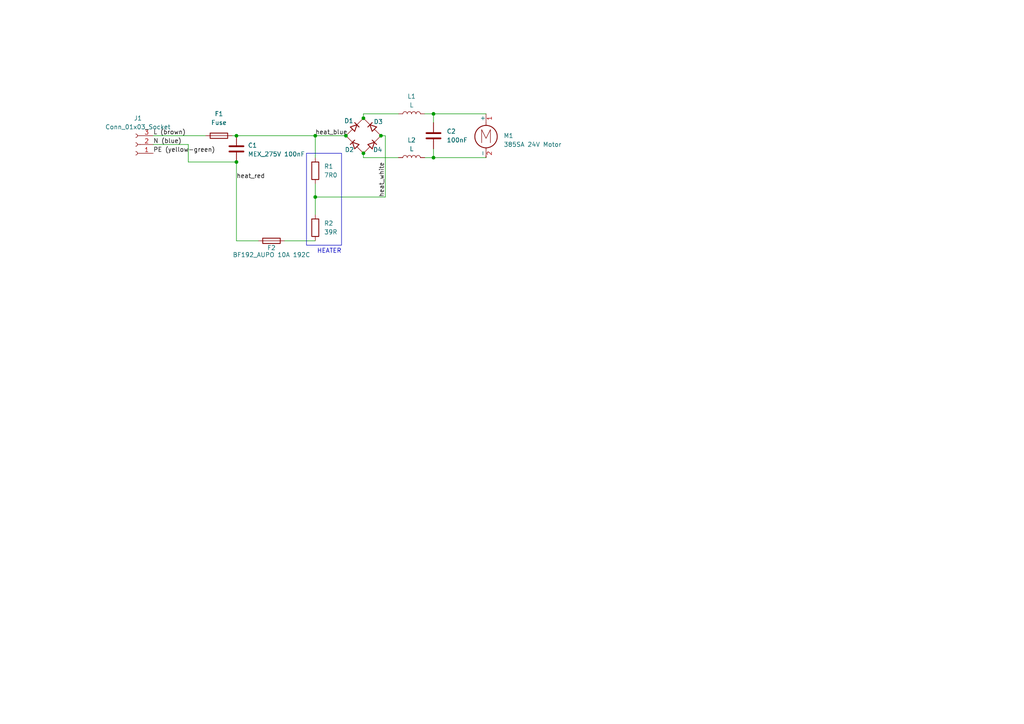
<source format=kicad_sch>
(kicad_sch (version 20250114) (generator "eeschema") (generator_version "9.0")
  (paper "A4")
  (lib_symbols
    (symbol "Connector:Conn_01x03_Socket" (pin_names (offset 1.016) (hide yes))
      (property "Reference" "J" (at 0 5.08 0))
      (property "Value" "Conn_01x03_Socket" (at 0 -5.08 0))
      (symbol "Conn_01x03_Socket_1_1"
        (polyline (pts (xy -1.27 2.54) (xy -0.508 2.54)) (stroke (width 0.1524)))
        (polyline (pts (xy -1.27 0) (xy -0.508 0)) (stroke (width 0.1524)))
        (polyline (pts (xy -1.27 -2.54) (xy -0.508 -2.54)) (stroke (width 0.1524)))
        (arc (start 0 2.032) (mid -0.5058 2.54) (end 0 3.048) (stroke (width 0.1524)))
        (arc (start 0 -0.508) (mid -0.5058 0) (end 0 0.508) (stroke (width 0.1524)))
        (arc (start 0 -3.048) (mid -0.5058 -2.54) (end 0 -2.032) (stroke (width 0.1524)))
        (pin passive line (at -5.08 2.54 0) (length 3.81) (name "Pin_1") (number "1"))
        (pin passive line (at -5.08 0 0) (length 3.81) (name "Pin_2") (number "2"))
        (pin passive line (at -5.08 -2.54 0) (length 3.81) (name "Pin_3") (number "3"))
      )
    )
    (symbol "Device:C" (pin_numbers (hide yes)) (pin_names (offset 0.254))
      (property "Reference" "C" (at 0.635 2.54 0))
      (property "Value" "C" (at 0.635 -2.54 0))
      (symbol "C_0_1"
        (polyline (pts (xy -2.032 0.762) (xy 2.032 0.762)) (stroke (width 0.508)))
        (polyline (pts (xy -2.032 -0.762) (xy 2.032 -0.762)) (stroke (width 0.508)))
      )
      (symbol "C_1_1"
        (pin passive line (at 0 3.81 270) (length 2.794) (name "~") (number "1"))
        (pin passive line (at 0 -3.81 90) (length 2.794) (name "~") (number "2"))
      )
    )
    (symbol "Device:D_45deg" (pin_numbers (hide yes)) (pin_names (offset 0) (hide yes))
      (property "Reference" "D" (at 1.27 2.54 0))
      (property "Value" "D_45deg" (at 1.27 0 0))
      (symbol "D_45deg_0_1"
        (polyline (pts (xy -1.27 0) (xy 0 1.27) (xy 0.635 -0.635) (xy -1.27 0)) (stroke (width 0.254)))
        (polyline (pts (xy -0.635 0.635) (xy -2.54 2.54)))
        (polyline (pts (xy 0 -1.27) (xy 1.27 0)) (stroke (width 0.254)))
        (polyline (pts (xy 2.54 -2.54) (xy 0.635 -0.635)))
      )
      (symbol "D_45deg_1_1"
        (pin passive line (at -2.54 2.54 0) (length 0) (name "A") (number "2"))
        (pin passive line (at 2.54 -2.54 180) (length 0) (name "K") (number "1"))
      )
    )
    (symbol "Device:Fuse" (pin_numbers (hide yes)) (pin_names (offset 0))
      (property "Reference" "F" (at 2.032 0 90))
      (property "Value" "Fuse" (at -1.905 0 90))
      (symbol "Fuse_0_1"
        (rectangle (start -0.762 -2.54) (end 0.762 2.54) (stroke (width 0.254)))
        (polyline (pts (xy 0 2.54) (xy 0 -2.54)))
      )
      (symbol "Fuse_1_1"
        (pin passive line (at 0 3.81 270) (length 1.27) (name "~") (number "1"))
        (pin passive line (at 0 -3.81 90) (length 1.27) (name "~") (number "2"))
      )
    )
    (symbol "Device:L" (pin_numbers (hide yes)) (pin_names (offset 1.016) (hide yes))
      (property "Reference" "L" (at -1.27 0 90))
      (property "Value" "L" (at 1.905 0 90))
      (symbol "L_0_1"
        (arc (start 0 2.54) (mid 0.6323 1.905) (end 0 1.27))
        (arc (start 0 1.27) (mid 0.6323 0.635) (end 0 0))
        (arc (start 0 0) (mid 0.6323 -0.635) (end 0 -1.27))
        (arc (start 0 -1.27) (mid 0.6323 -1.905) (end 0 -2.54))
      )
      (symbol "L_1_1"
        (pin passive line (at 0 3.81 270) (length 1.27) (name "1") (number "1"))
        (pin passive line (at 0 -3.81 90) (length 1.27) (name "2") (number "2"))
      )
    )
    (symbol "Device:R" (pin_numbers (hide yes)) (pin_names (offset 0))
      (property "Reference" "R" (at 2.032 0 90))
      (property "Value" "R" (at 0 0 90))
      (symbol "R_0_1"
        (rectangle (start -1.016 -2.54) (end 1.016 2.54) (stroke (width 0.254)))
      )
      (symbol "R_1_1"
        (pin passive line (at 0 3.81 270) (length 1.27) (name "~") (number "1"))
        (pin passive line (at 0 -3.81 90) (length 1.27) (name "~") (number "2"))
      )
    )
    (symbol "Motor:Motor_DC" (pin_names (offset 0))
      (property "Reference" "M" (at 2.54 2.54 0))
      (property "Value" "Motor_DC" (at 2.54 -5.08 0))
      (symbol "Motor_DC_0_0"
        (polyline (pts (xy -1.27 -3.302) (xy -1.27 0.508) (xy 0 -2.032) (xy 1.27 0.508) (xy 1.27 -3.302)))
      )
      (symbol "Motor_DC_0_1"
        (polyline (pts (xy 0 2.032) (xy 0 2.54)))
        (polyline (pts (xy 0 1.7272) (xy 0 2.0828)))
        (circle (center 0 -1.524) (radius 3.2512) (stroke (width 0.254)))
        (polyline (pts (xy 0 -4.7752) (xy 0 -5.1816)))
        (polyline (pts (xy 0 -7.62) (xy 0 -7.112)))
      )
      (symbol "Motor_DC_1_1"
        (pin passive line (at 0 5.08 270) (length 2.54) (name "+") (number "1"))
        (pin passive line (at 0 -7.62 90) (length 2.54) (name "-") (number "2"))
      )
    )
  )
  (rectangle (start 88.9 44.45) (end 99.06 71.12))
  (text "HEATER" (at 95.504 72.898 0) (effects (font (size 1.27 1.27))))
  (junction (at 125.73 45.72))
  (junction (at 125.73 33.02))
  (junction (at 100.33 39.37))
  (junction (at 105.41 44.45))
  (junction (at 110.49 39.37))
  (junction (at 68.58 39.37))
  (junction (at 91.44 39.37))
  (junction (at 105.41 34.29))
  (junction (at 91.44 57.15))
  (junction (at 68.58 46.99))
  (wire (pts (xy 54.61 46.99) (xy 54.61 41.91)))
  (wire (pts (xy 68.58 46.99) (xy 68.58 69.85)))
  (wire (pts (xy 44.45 39.37) (xy 59.69 39.37)))
  (wire (pts (xy 125.73 33.02) (xy 125.73 35.56)))
  (wire (pts (xy 111.76 39.37) (xy 111.76 57.15)))
  (wire (pts (xy 105.41 33.02) (xy 115.57 33.02)))
  (wire (pts (xy 125.73 33.02) (xy 123.19 33.02)))
  (wire (pts (xy 105.41 33.02) (xy 105.41 34.29)))
  (wire (pts (xy 68.58 69.85) (xy 74.93 69.85)))
  (wire (pts (xy 54.61 46.99) (xy 68.58 46.99)))
  (wire (pts (xy 91.44 39.37) (xy 100.33 39.37)))
  (wire (pts (xy 91.44 39.37) (xy 91.44 45.72)))
  (wire (pts (xy 140.97 45.72) (xy 125.73 45.72)))
  (wire (pts (xy 105.41 45.72) (xy 105.41 44.45)))
  (wire (pts (xy 91.44 53.34) (xy 91.44 57.15)))
  (wire (pts (xy 91.44 57.15) (xy 111.76 57.15)))
  (wire (pts (xy 67.31 39.37) (xy 68.58 39.37)))
  (wire (pts (xy 125.73 45.72) (xy 123.19 45.72)))
  (wire (pts (xy 140.97 33.02) (xy 125.73 33.02)))
  (wire (pts (xy 91.44 57.15) (xy 91.44 62.23)))
  (wire (pts (xy 125.73 43.18) (xy 125.73 45.72)))
  (wire (pts (xy 105.41 45.72) (xy 115.57 45.72)))
  (wire (pts (xy 54.61 41.91) (xy 44.45 41.91)))
  (wire (pts (xy 68.58 39.37) (xy 91.44 39.37)))
  (wire (pts (xy 82.55 69.85) (xy 91.44 69.85)))
  (wire (pts (xy 111.76 39.37) (xy 110.49 39.37)))
  (label "N (blue)" (at 44.45 41.91 0))
  (label "L (brown)" (at 44.45 39.37 0))
  (label "heat_white" (at 111.76 57.15 90))
  (label "PE (yellow-green)" (at 44.45 44.45 0))
  (label "heat_blue" (at 91.44 39.37 0))
  (label "heat_red" (at 68.58 52.07 0))
  (symbol (lib_id "Device:C") (at 125.73 39.37 0) (unit 1) (in_bom no) (on_board no)
    (property "Reference" "C2" (at 129.54 38.0999 0) (effects (justify left)))
    (property "Value" "100nF" (at 129.54 40.6399 0) (effects (justify left)))
    (property "Description" "Unpolarized capacitor" (effects (hide yes)))
  )
  (symbol (lib_id "Device:D_45deg") (at 102.87 36.83 90) (unit 1) (in_bom no) (on_board no)
    (property "Reference" "D1" (at 99.822 35.052 90) (effects (justify right)))
    (property "Value" "D_45deg" (effects (hide yes)))
    (property "Description" "Diode, rotated by 45°" (effects (hide yes)))
    (property "Sim.Device" "D" (effects (hide yes)))
    (property "Sim.Pins" "1=K 2=A" (effects (hide yes)))
  )
  (symbol (lib_id "Device:D_45deg") (at 107.95 36.83 180) (unit 1) (in_bom no) (on_board no)
    (property "Reference" "D3" (at 109.728 35.306 0))
    (property "Value" "D_45deg" (effects (hide yes)))
    (property "Description" "Diode, rotated by 45°" (effects (hide yes)))
    (property "Sim.Device" "D" (effects (hide yes)))
    (property "Sim.Pins" "1=K 2=A" (effects (hide yes)))
  )
  (symbol (lib_id "Device:C") (at 68.58 43.18 0) (unit 1) (in_bom no) (on_board no)
    (property "Reference" "C1" (at 71.882 42.164 0) (effects (justify left)))
    (property "Value" "MEX_275V 100nF" (at 71.882 44.704 0) (effects (justify left)))
    (property "Description" "Unpolarized capacitor" (effects (hide yes)))
  )
  (symbol (lib_id "Device:L") (at 119.38 45.72 90) (unit 1) (in_bom no) (on_board no)
    (property "Reference" "L2" (at 119.38 40.64 90))
    (property "Value" "L" (at 119.38 43.18 90))
    (property "Description" "Inductor" (effects (hide yes)))
  )
  (symbol (lib_id "Device:R") (at 91.44 66.04 0) (unit 1) (in_bom no) (on_board no)
    (property "Reference" "R2" (at 93.98 64.7699 0) (effects (justify left)))
    (property "Value" "39R" (at 93.98 67.3099 0) (effects (justify left)))
    (property "Description" "Resistor" (effects (hide yes)))
  )
  (symbol (lib_id "Device:R") (at 91.44 49.53 0) (unit 1) (in_bom no) (on_board no)
    (property "Reference" "R1" (at 93.98 48.2599 0) (effects (justify left)))
    (property "Value" "7R0" (at 93.98 50.7999 0) (effects (justify left)))
    (property "Description" "Resistor" (effects (hide yes)))
  )
  (symbol (lib_id "Device:Fuse") (at 78.74 69.85 90) (unit 1) (on_board no)
    (property "Reference" "F2" (at 78.74 71.882 90))
    (property "Value" "BF192_AUPO 10A 192C" (at 78.74 73.914 90))
    (property "Description" "Fuse" (effects (hide yes)))
  )
  (symbol (lib_id "Device:D_45deg") (at 102.87 41.91 180) (unit 1) (in_bom no) (on_board no)
    (property "Reference" "D2" (at 101.346 43.434 0))
    (property "Value" "D_45deg" (effects (hide yes)))
    (property "Description" "Diode, rotated by 45°" (effects (hide yes)))
    (property "Sim.Device" "D" (effects (hide yes)))
    (property "Sim.Pins" "1=K 2=A" (effects (hide yes)))
  )
  (symbol (lib_id "Connector:Conn_01x03_Socket") (at 39.37 41.91 180) (unit 1) (in_bom no) (on_board no)
    (property "Reference" "J1" (at 40.005 34.29 0))
    (property "Value" "Conn_01x03_Socket" (at 40.005 36.83 0))
    (property "Description" "Generic connector, single row, 01x03, script generated" (effects (hide yes)))
  )
  (symbol (lib_id "Device:D_45deg") (at 107.95 41.91 90) (unit 1) (in_bom no) (on_board no)
    (property "Reference" "D4" (at 108.204 43.434 90) (effects (justify right)))
    (property "Value" "D_45deg" (effects (hide yes)))
    (property "Description" "Diode, rotated by 45°" (effects (hide yes)))
    (property "Sim.Device" "D" (effects (hide yes)))
    (property "Sim.Pins" "1=K 2=A" (effects (hide yes)))
  )
  (symbol (lib_id "Device:L") (at 119.38 33.02 90) (unit 1) (in_bom no) (on_board no)
    (property "Reference" "L1" (at 119.38 27.94 90))
    (property "Value" "L" (at 119.38 30.48 90))
    (property "Description" "Inductor" (effects (hide yes)))
  )
  (symbol (lib_id "Device:Fuse") (at 63.5 39.37 90) (unit 1) (in_bom no) (on_board no)
    (property "Reference" "F1" (at 63.5 33.02 90))
    (property "Value" "Fuse" (at 63.5 35.56 90))
    (property "Description" "Fuse" (effects (hide yes)))
  )
  (symbol (lib_id "Motor:Motor_DC") (at 140.97 38.1 0) (unit 1) (in_bom no) (on_board no)
    (property "Reference" "M1" (at 146.05 39.3699 0) (effects (justify left)))
    (property "Value" "385SA 24V Motor" (at 146.05 41.9099 0) (effects (justify left)))
    (property "Description" "DC Motor" (effects (hide yes)))
  )
)
</source>
